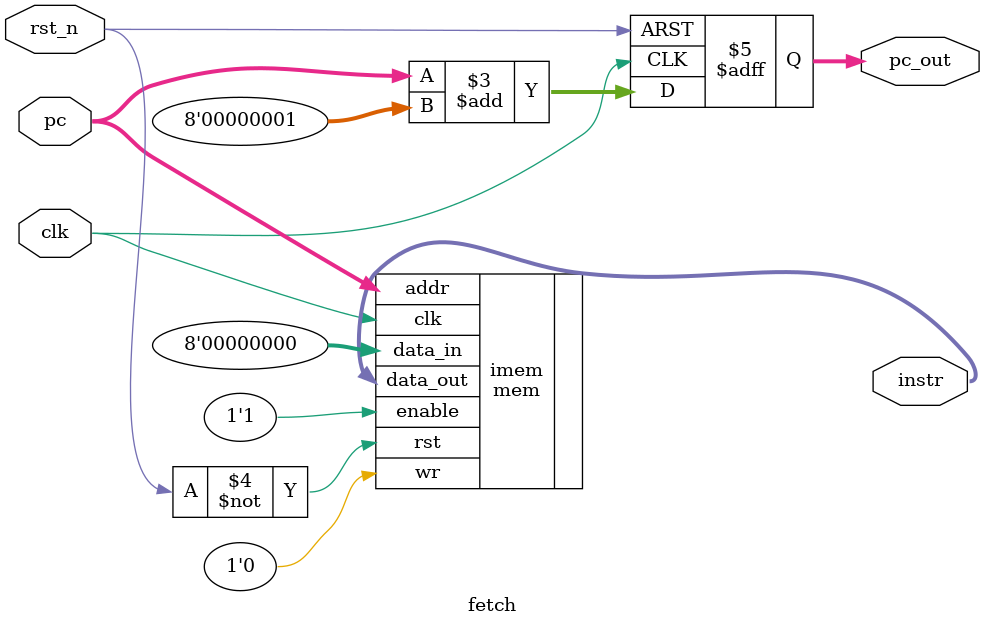
<source format=sv>
module fetch (
    input  logic       clk,
    input  logic       rst_n,
    input  logic [7:0] pc,
    output logic [7:0] pc_out,
    output logic [7:0] instr
);

    always_ff @(posedge clk or negedge rst_n) begin
        if (~rst_n)
            pc_out <= 8'd0;
        else
            pc_out <= pc + 8'd1;
    end

    mem imem (
        .addr(pc),
        .data_out(instr),
        .data_in(8'h00), 
        .enable(1'b1),   
        .wr(1'b0),         
        .clk(clk),
        .rst(~rst_n)    
    );

endmodule

</source>
